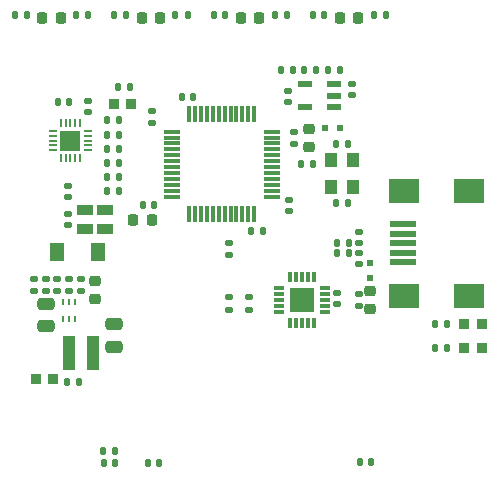
<source format=gbr>
%TF.GenerationSoftware,KiCad,Pcbnew,(6.0.7)*%
%TF.CreationDate,2022-10-13T18:06:46+02:00*%
%TF.ProjectId,TMC6300-dev,544d4336-3330-4302-9d64-65762e6b6963,rev?*%
%TF.SameCoordinates,Original*%
%TF.FileFunction,Paste,Top*%
%TF.FilePolarity,Positive*%
%FSLAX46Y46*%
G04 Gerber Fmt 4.6, Leading zero omitted, Abs format (unit mm)*
G04 Created by KiCad (PCBNEW (6.0.7)) date 2022-10-13 18:06:46*
%MOMM*%
%LPD*%
G01*
G04 APERTURE LIST*
G04 Aperture macros list*
%AMRoundRect*
0 Rectangle with rounded corners*
0 $1 Rounding radius*
0 $2 $3 $4 $5 $6 $7 $8 $9 X,Y pos of 4 corners*
0 Add a 4 corners polygon primitive as box body*
4,1,4,$2,$3,$4,$5,$6,$7,$8,$9,$2,$3,0*
0 Add four circle primitives for the rounded corners*
1,1,$1+$1,$2,$3*
1,1,$1+$1,$4,$5*
1,1,$1+$1,$6,$7*
1,1,$1+$1,$8,$9*
0 Add four rect primitives between the rounded corners*
20,1,$1+$1,$2,$3,$4,$5,0*
20,1,$1+$1,$4,$5,$6,$7,0*
20,1,$1+$1,$6,$7,$8,$9,0*
20,1,$1+$1,$8,$9,$2,$3,0*%
G04 Aperture macros list end*
%ADD10RoundRect,0.225000X0.225000X0.250000X-0.225000X0.250000X-0.225000X-0.250000X0.225000X-0.250000X0*%
%ADD11R,0.600000X0.550000*%
%ADD12RoundRect,0.135000X0.135000X0.185000X-0.135000X0.185000X-0.135000X-0.185000X0.135000X-0.185000X0*%
%ADD13RoundRect,0.140000X-0.140000X-0.170000X0.140000X-0.170000X0.140000X0.170000X-0.140000X0.170000X0*%
%ADD14RoundRect,0.135000X-0.185000X0.135000X-0.185000X-0.135000X0.185000X-0.135000X0.185000X0.135000X0*%
%ADD15RoundRect,0.135000X-0.135000X-0.185000X0.135000X-0.185000X0.135000X0.185000X-0.135000X0.185000X0*%
%ADD16RoundRect,0.135000X0.185000X-0.135000X0.185000X0.135000X-0.185000X0.135000X-0.185000X-0.135000X0*%
%ADD17RoundRect,0.225000X-0.250000X0.225000X-0.250000X-0.225000X0.250000X-0.225000X0.250000X0.225000X0*%
%ADD18RoundRect,0.140000X0.140000X0.170000X-0.140000X0.170000X-0.140000X-0.170000X0.140000X-0.170000X0*%
%ADD19RoundRect,0.140000X-0.170000X0.140000X-0.170000X-0.140000X0.170000X-0.140000X0.170000X0.140000X0*%
%ADD20RoundRect,0.140000X0.170000X-0.140000X0.170000X0.140000X-0.170000X0.140000X-0.170000X-0.140000X0*%
%ADD21R,0.850000X0.300000*%
%ADD22R,0.300000X0.850000*%
%ADD23R,2.050000X2.050000*%
%ADD24R,1.100000X1.300000*%
%ADD25R,1.390000X0.910000*%
%ADD26R,0.950000X0.950000*%
%ADD27R,1.475000X0.300000*%
%ADD28R,0.300000X1.475000*%
%ADD29R,1.250000X1.500000*%
%ADD30R,0.200000X0.800000*%
%ADD31R,0.800000X0.200000*%
%ADD32R,1.800000X1.800000*%
%ADD33R,1.200000X0.600000*%
%ADD34R,2.300000X0.500000*%
%ADD35R,2.500000X2.000000*%
%ADD36R,0.250000X0.600000*%
%ADD37R,0.550000X0.600000*%
%ADD38RoundRect,0.250000X0.475000X-0.250000X0.475000X0.250000X-0.475000X0.250000X-0.475000X-0.250000X0*%
%ADD39R,1.000000X3.000000*%
G04 APERTURE END LIST*
D10*
%TO.C,C105*%
X154575000Y-81600000D03*
X153025000Y-81600000D03*
%TD*%
D11*
%TO.C,FB101*%
X172400000Y-103650000D03*
X172400000Y-102350000D03*
%TD*%
D12*
%TO.C,R126*%
X170560000Y-101500000D03*
X169540000Y-101500000D03*
%TD*%
D13*
%TO.C,C110*%
X142320000Y-81400000D03*
X143280000Y-81400000D03*
%TD*%
D14*
%TO.C,R115*%
X160400000Y-100690000D03*
X160400000Y-101710000D03*
%TD*%
D12*
%TO.C,R109*%
X169810000Y-86000000D03*
X168790000Y-86000000D03*
%TD*%
D13*
%TO.C,C109*%
X150720000Y-81400000D03*
X151680000Y-81400000D03*
%TD*%
%TO.C,C120*%
X149820000Y-119300000D03*
X150780000Y-119300000D03*
%TD*%
%TO.C,C107*%
X167520000Y-81400000D03*
X168480000Y-81400000D03*
%TD*%
D15*
%TO.C,R114*%
X146740000Y-112450000D03*
X147760000Y-112450000D03*
%TD*%
D16*
%TO.C,R107*%
X147900000Y-104760000D03*
X147900000Y-103740000D03*
%TD*%
D13*
%TO.C,C131*%
X156420000Y-88300000D03*
X157380000Y-88300000D03*
%TD*%
D10*
%TO.C,C106*%
X146175000Y-81600000D03*
X144625000Y-81600000D03*
%TD*%
D17*
%TO.C,C117*%
X149050000Y-103875000D03*
X149050000Y-105425000D03*
%TD*%
D18*
%TO.C,C118*%
X154500000Y-119300000D03*
X153540000Y-119300000D03*
%TD*%
D19*
%TO.C,C135*%
X165900000Y-91320000D03*
X165900000Y-92280000D03*
%TD*%
D12*
%TO.C,R117*%
X165810000Y-86000000D03*
X164790000Y-86000000D03*
%TD*%
%TO.C,R113*%
X150800000Y-118300000D03*
X149780000Y-118300000D03*
%TD*%
D20*
%TO.C,C127*%
X169600000Y-105880000D03*
X169600000Y-104920000D03*
%TD*%
D15*
%TO.C,R120*%
X150070000Y-96300000D03*
X151090000Y-96300000D03*
%TD*%
D21*
%TO.C,IC104*%
X168550000Y-106500000D03*
X168550000Y-106000000D03*
X168550000Y-105500000D03*
X168550000Y-105000000D03*
X168550000Y-104500000D03*
D22*
X167600000Y-103550000D03*
X167100000Y-103550000D03*
X166600000Y-103550000D03*
X166100000Y-103550000D03*
X165600000Y-103550000D03*
D21*
X164650000Y-104500000D03*
X164650000Y-105000000D03*
X164650000Y-105500000D03*
X164650000Y-106000000D03*
X164650000Y-106500000D03*
D22*
X165600000Y-107450000D03*
X166100000Y-107450000D03*
X166600000Y-107450000D03*
X167100000Y-107450000D03*
X167600000Y-107450000D03*
D23*
X166600000Y-105500000D03*
%TD*%
D20*
%TO.C,C101*%
X146800000Y-96780000D03*
X146800000Y-95820000D03*
%TD*%
D16*
%TO.C,R129*%
X160400000Y-106310000D03*
X160400000Y-105290000D03*
%TD*%
D24*
%TO.C,Y101*%
X169050000Y-93650000D03*
X169050000Y-95950000D03*
X170950000Y-95950000D03*
X170950000Y-93650000D03*
%TD*%
D15*
%TO.C,R121*%
X150090000Y-95100000D03*
X151110000Y-95100000D03*
%TD*%
D18*
%TO.C,C122*%
X172480000Y-119200000D03*
X171520000Y-119200000D03*
%TD*%
D19*
%TO.C,C102*%
X146800000Y-98220000D03*
X146800000Y-99180000D03*
%TD*%
D12*
%TO.C,R105*%
X152010000Y-87500000D03*
X150990000Y-87500000D03*
%TD*%
D19*
%TO.C,C126*%
X171400000Y-105020000D03*
X171400000Y-105980000D03*
%TD*%
D10*
%TO.C,C104*%
X162975000Y-81600000D03*
X161425000Y-81600000D03*
%TD*%
D25*
%TO.C,C111*%
X148200000Y-97880000D03*
X148200000Y-99520000D03*
%TD*%
D13*
%TO.C,C115*%
X145920000Y-88700000D03*
X146880000Y-88700000D03*
%TD*%
D26*
%TO.C,LED103*%
X180350000Y-109550000D03*
X181850000Y-109550000D03*
%TD*%
D12*
%TO.C,R116*%
X167810000Y-86000000D03*
X166790000Y-86000000D03*
%TD*%
D27*
%TO.C,IC105*%
X164038000Y-96750000D03*
X164038000Y-96250000D03*
X164038000Y-95750000D03*
X164038000Y-95250000D03*
X164038000Y-94750000D03*
X164038000Y-94250000D03*
X164038000Y-93750000D03*
X164038000Y-93250000D03*
X164038000Y-92750000D03*
X164038000Y-92250000D03*
X164038000Y-91750000D03*
X164038000Y-91250000D03*
D28*
X162550000Y-89762000D03*
X162050000Y-89762000D03*
X161550000Y-89762000D03*
X161050000Y-89762000D03*
X160550000Y-89762000D03*
X160050000Y-89762000D03*
X159550000Y-89762000D03*
X159050000Y-89762000D03*
X158550000Y-89762000D03*
X158050000Y-89762000D03*
X157550000Y-89762000D03*
X157050000Y-89762000D03*
D27*
X155562000Y-91250000D03*
X155562000Y-91750000D03*
X155562000Y-92250000D03*
X155562000Y-92750000D03*
X155562000Y-93250000D03*
X155562000Y-93750000D03*
X155562000Y-94250000D03*
X155562000Y-94750000D03*
X155562000Y-95250000D03*
X155562000Y-95750000D03*
X155562000Y-96250000D03*
X155562000Y-96750000D03*
D28*
X157050000Y-98238000D03*
X157550000Y-98238000D03*
X158050000Y-98238000D03*
X158550000Y-98238000D03*
X159050000Y-98238000D03*
X159550000Y-98238000D03*
X160050000Y-98238000D03*
X160550000Y-98238000D03*
X161050000Y-98238000D03*
X161550000Y-98238000D03*
X162050000Y-98238000D03*
X162550000Y-98238000D03*
%TD*%
D15*
%TO.C,R123*%
X150090000Y-92700000D03*
X151110000Y-92700000D03*
%TD*%
D20*
%TO.C,C119*%
X170800000Y-88180000D03*
X170800000Y-87220000D03*
%TD*%
D16*
%TO.C,R110*%
X145900000Y-104760000D03*
X145900000Y-103740000D03*
%TD*%
D13*
%TO.C,C125*%
X169520000Y-92300000D03*
X170480000Y-92300000D03*
%TD*%
D19*
%TO.C,C133*%
X165500000Y-97020000D03*
X165500000Y-97980000D03*
%TD*%
D29*
%TO.C,R108*%
X145875000Y-101400000D03*
X149325000Y-101400000D03*
%TD*%
D14*
%TO.C,R106*%
X146900000Y-103740000D03*
X146900000Y-104760000D03*
%TD*%
D20*
%TO.C,C121*%
X165375000Y-88780000D03*
X165375000Y-87820000D03*
%TD*%
D18*
%TO.C,C132*%
X154080000Y-97500000D03*
X153120000Y-97500000D03*
%TD*%
D30*
%TO.C,IC101*%
X146200000Y-93500000D03*
X146600000Y-93500000D03*
X147000000Y-93500000D03*
X147400000Y-93500000D03*
X147800000Y-93500000D03*
D31*
X148500000Y-92800000D03*
X148500000Y-92400000D03*
X148500000Y-92000000D03*
X148500000Y-91600000D03*
X148500000Y-91200000D03*
D30*
X147800000Y-90500000D03*
X147400000Y-90500000D03*
X147000000Y-90500000D03*
X146600000Y-90500000D03*
X146200000Y-90500000D03*
D31*
X145500000Y-91200000D03*
X145500000Y-91600000D03*
X145500000Y-92000000D03*
X145500000Y-92400000D03*
X145500000Y-92800000D03*
D32*
X147000000Y-92000000D03*
%TD*%
D20*
%TO.C,C124*%
X171400000Y-100680000D03*
X171400000Y-99720000D03*
%TD*%
D15*
%TO.C,R102*%
X164290000Y-81400000D03*
X165310000Y-81400000D03*
%TD*%
D13*
%TO.C,C130*%
X169520000Y-97300000D03*
X170480000Y-97300000D03*
%TD*%
D33*
%TO.C,IC103*%
X169350000Y-89150000D03*
X169350000Y-88200000D03*
X169350000Y-87250000D03*
X166850000Y-87250000D03*
X166850000Y-89150000D03*
%TD*%
D26*
%TO.C,LED102*%
X180350000Y-107550000D03*
X181850000Y-107550000D03*
%TD*%
D34*
%TO.C,J109*%
X175150000Y-102300000D03*
X175150000Y-101500000D03*
X175150000Y-100700000D03*
X175150000Y-99900000D03*
X175150000Y-99100000D03*
D35*
X175250000Y-105150000D03*
X175250000Y-96250000D03*
X180750000Y-105150000D03*
X180750000Y-96250000D03*
%TD*%
D13*
%TO.C,C108*%
X159120000Y-81400000D03*
X160080000Y-81400000D03*
%TD*%
D26*
%TO.C,LED104*%
X150650000Y-88900000D03*
X152150000Y-88900000D03*
%TD*%
D12*
%TO.C,R128*%
X167510000Y-94000000D03*
X166490000Y-94000000D03*
%TD*%
D36*
%TO.C,IC102*%
X146400000Y-107100000D03*
X146900000Y-107100000D03*
X147400000Y-107100000D03*
X147400000Y-105700000D03*
X146900000Y-105700000D03*
X146400000Y-105700000D03*
%TD*%
D14*
%TO.C,R112*%
X144900000Y-103740000D03*
X144900000Y-104760000D03*
%TD*%
D12*
%TO.C,R127*%
X170560000Y-100700000D03*
X169540000Y-100700000D03*
%TD*%
D14*
%TO.C,R131*%
X153900000Y-89490000D03*
X153900000Y-90510000D03*
%TD*%
D15*
%TO.C,R104*%
X147490000Y-81400000D03*
X148510000Y-81400000D03*
%TD*%
D17*
%TO.C,C136*%
X167200000Y-91025000D03*
X167200000Y-92575000D03*
%TD*%
D16*
%TO.C,R130*%
X162100000Y-106310000D03*
X162100000Y-105290000D03*
%TD*%
D17*
%TO.C,C128*%
X172400000Y-104725000D03*
X172400000Y-106275000D03*
%TD*%
D15*
%TO.C,R103*%
X155890000Y-81400000D03*
X156910000Y-81400000D03*
%TD*%
%TO.C,R119*%
X177890000Y-109550000D03*
X178910000Y-109550000D03*
%TD*%
D26*
%TO.C,LED101*%
X144050000Y-112150000D03*
X145550000Y-112150000D03*
%TD*%
D37*
%TO.C,FB102*%
X169850000Y-90900000D03*
X168550000Y-90900000D03*
%TD*%
D15*
%TO.C,R101*%
X172690000Y-81400000D03*
X173710000Y-81400000D03*
%TD*%
%TO.C,R118*%
X177890000Y-107550000D03*
X178910000Y-107550000D03*
%TD*%
D16*
%TO.C,R111*%
X143900000Y-104760000D03*
X143900000Y-103740000D03*
%TD*%
D20*
%TO.C,C123*%
X171400000Y-102480000D03*
X171400000Y-101520000D03*
%TD*%
D10*
%TO.C,C134*%
X153875000Y-98700000D03*
X152325000Y-98700000D03*
%TD*%
D15*
%TO.C,R122*%
X150090000Y-93900000D03*
X151110000Y-93900000D03*
%TD*%
D38*
%TO.C,C114*%
X144900000Y-107700000D03*
X144900000Y-105800000D03*
%TD*%
D18*
%TO.C,C129*%
X163280000Y-99700000D03*
X162320000Y-99700000D03*
%TD*%
D39*
%TO.C,L101*%
X146900000Y-109950000D03*
X148900000Y-109950000D03*
%TD*%
D38*
%TO.C,C116*%
X150700000Y-109450000D03*
X150700000Y-107550000D03*
%TD*%
D10*
%TO.C,C103*%
X171375000Y-81600000D03*
X169825000Y-81600000D03*
%TD*%
D15*
%TO.C,R124*%
X150090000Y-91500000D03*
X151110000Y-91500000D03*
%TD*%
D25*
%TO.C,C112*%
X149950000Y-97880000D03*
X149950000Y-99520000D03*
%TD*%
D15*
%TO.C,R125*%
X150090000Y-90300000D03*
X151110000Y-90300000D03*
%TD*%
D19*
%TO.C,C113*%
X148500000Y-88620000D03*
X148500000Y-89580000D03*
%TD*%
M02*

</source>
